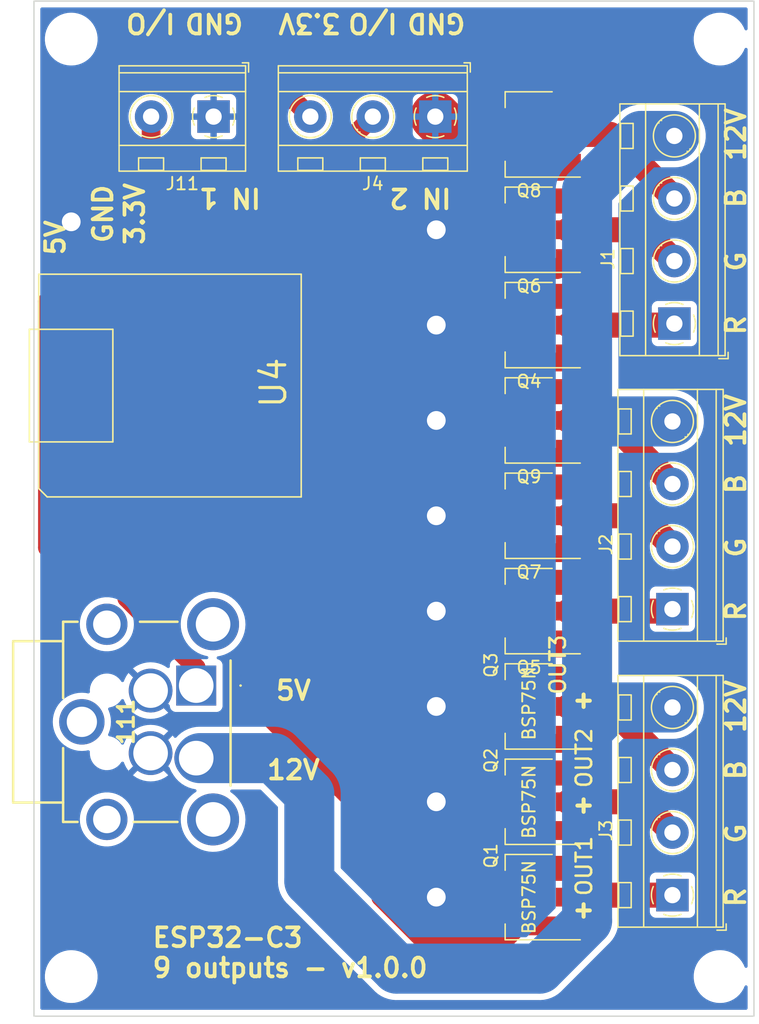
<source format=kicad_pcb>
(kicad_pcb (version 20211014) (generator pcbnew)
  (layers (0 "F.Cu" signal) (31 "B.Cu" signal) (34 "B.Paste" user) (35 "F.Paste" user) (36 "B.SilkS" user "B.Silkscreen") (37 "F.SilkS" user "F.Silkscreen") (38 "B.Mask" user) (39 "F.Mask" user) (44 "Edge.Cuts" user))
  (net 0 "")
  (net 1 "GND")
  (net 2 "+3.3V")
  (net 3 "OUT1")
  (net 4 "OUT3")
  (net 5 "OUT2")
  (net 6 "OUT4")
  (net 7 "GND_OUT1")
  (net 8 "GND_OUT2")
  (net 9 "GND_OUT3")
  (net 10 "OUT5")
  (net 11 "OUT9")
  (net 12 "IN1")
  (net 13 "IN2")
  (net 14 "OUT8")
  (net 15 "OUT7")
  (net 16 "OUT6")
  (net 17 "+5V")
  (net 18 "+12V")
  (net 19 "GND_OUT7")
  (net 20 "GND_OUT8")
  (net 21 "GND_OUT9")
  (net 22 "GND_OUT4")
  (net 23 "GND_OUT5")
  (net 24 "GND_OUT6")
  (footprint "TerminalBlock_MetzConnect:TerminalBlock_MetzConnect_Type094_RT03504HBLU_1x04_P5.00mm_Horizontal" (layer "F.Cu") (at 141.986 58.554 90)
    (fp_text reference "J1" (at 5.165 -5.315 90) (layer "F.SilkS"))
    (fp_text value "Screw_Terminal_01x04")
    (fp_line (start 11.275 -1.069) (end 11.228 -1.023) (layer "F.SilkS") (width 0.12))
    (fp_line (start -2.56 3.5) (end 17.561 3.5) (layer "F.SilkS") (width 0.12))
    (fp_line (start -2.56 -4.36) (end 17.561 -4.36) (layer "F.SilkS") (width 0.12))
    (fp_line (start -2.56 4.06) (end 17.561 4.06) (layer "F.SilkS") (width 0.12))
    (fp_line (start 16.275 -1.069) (end 16.228 -1.023) (layer "F.SilkS") (width 0.12))
    (fp_line (start 9 -4.3) (end 11 -4.3) (layer "F.SilkS") (width 0.12))
    (fp_line (start 11.07 -1.275) (end 11.035 -1.239) (layer "F.SilkS") (width 0.12))
    (fp_line (start 4 -4.3) (end 4 -3.3) (layer "F.SilkS") (width 0.12))
    (fp_line (start 16 -4.3) (end 16 -3.3) (layer "F.SilkS") (width 0.12))
    (fp_line (start 6.07 -1.275) (end 6.035 -1.239) (layer "F.SilkS") (width 0.12))
    (fp_line (start -2.8 4.3) (end -2.3 4.3) (layer "F.SilkS") (width 0.12))
    (fp_line (start -2.56 -4.36) (end -2.56 4.06) (layer "F.SilkS") (width 0.12))
    (fp_line (start 14 -3.3) (end 16 -3.3) (layer "F.SilkS") (width 0.12))
    (fp_line (start 3.773 1.023) (end 3.726 1.069) (layer "F.SilkS") (width 0.12))
    (fp_line (start 8.966 1.239) (end 8.931 1.274) (layer "F.SilkS") (width 0.12))
    (fp_line (start 14 -4.3) (end 16 -4.3) (layer "F.SilkS") (width 0.12))
    (fp_line (start 16.07 -1.275) (end 16.035 -1.239) (layer "F.SilkS") (width 0.12))
    (fp_line (start -2.8 3.56) (end -2.8 4.3) (layer "F.SilkS") (width 0.12))
    (fp_line (start -2.56 2) (end 17.561 2) (layer "F.SilkS") (width 0.12))
    (fp_line (start -2.56 -2.301) (end 17.561 -2.301) (layer "F.SilkS") (width 0.12))
    (fp_line (start 14 -4.3) (end 14 -3.3) (layer "F.SilkS") (width 0.12))
    (fp_line (start 3.966 1.239) (end 3.931 1.274) (layer "F.SilkS") (width 0.12))
    (fp_line (start 13.773 1.023) (end 13.726 1.069) (layer "F.SilkS") (width 0.12))
    (fp_line (start 13.966 1.239) (end 13.931 1.274) (layer "F.SilkS") (width 0.12))
    (fp_line (start 4 -4.3) (end 6 -4.3) (layer "F.SilkS") (width 0.12))
    (fp_line (start 9 -3.3) (end 11 -3.3) (layer "F.SilkS") (width 0.12))
    (fp_line (start -1 -3.3) (end 1 -3.3) (layer "F.SilkS") (width 0.12))
    (fp_line (start 4 -3.3) (end 6 -3.3) (layer "F.SilkS") (width 0.12))
    (fp_line (start 6 -4.3) (end 6 -3.3) (layer "F.SilkS") (width 0.12))
    (fp_line (start 9 -4.3) (end 9 -3.3) (layer "F.SilkS") (width 0.12))
    (fp_line (start 6.275 -1.069) (end 6.228 -1.023) (layer "F.SilkS") (width 0.12))
    (fp_line (start 17.561 -4.36) (end 17.561 4.06) (layer "F.SilkS") (width 0.12))
    (fp_line (start -1 -4.3) (end -1 -3.3) (layer "F.SilkS") (width 0.12))
    (fp_line (start -1 -4.3) (end 1 -4.3) (layer "F.SilkS") (width 0.12))
    (fp_line (start 8.773 1.023) (end 8.726 1.069) (layer "F.SilkS") (width 0.12))
    (fp_line (start 1 -4.3) (end 1 -3.3) (layer "F.SilkS") (width 0.12))
    (fp_line (start 11 -4.3) (end 11 -3.3) (layer "F.SilkS") (width 0.12))
    (fp_arc (start 1.535427 -0.683042) (mid 1.680501 0.000524) (end 1.535 0.684) (layer "F.SilkS") (width 0.12))
    (fp_arc (start -0.683042 -1.535427) (mid 0.000524 -1.680501) (end 0.684 -1.535) (layer "F.SilkS") (width 0.12))
    (fp_arc (start 0.028805 1.680253) (mid -0.335551 1.646659) (end -0.684 1.535) (layer "F.SilkS") (width 0.12))
    (fp_arc (start -1.535427 0.683042) (mid -1.680501 -0.000524) (end -1.535 -0.684) (layer "F.SilkS") (width 0.12))
    (fp_arc (start 0.683318 1.534756) (mid 0.349292 1.643288) (end 0 1.68) (layer "F.SilkS") (width 0.12))
    (fp_circle (center 10 0) (end 11.68 0) (layer "F.SilkS") (width 0.12) (fill none))
    (fp_circle (center 5 0) (end 6.68 0) (layer "F.SilkS") (width 0.12) (fill none))
    (fp_circle (center 15 0) (end 16.68 0) (layer "F.SilkS") (width 0.12) (fill none))
    (pad "1" thru_hole rect (at 0 0 90) (size 2.6 2.6) (drill 1.3) (layers *.Cu *.Mask) (net 19 "GND_OUT7"))
    (pad "2" thru_hole circle (at 5 0 90) (size 2.6 2.6) (drill 1.3) (layers *.Cu *.Mask) (net 20 "GND_OUT8"))
    (pad "3" thru_hole circle (at 10 0 90) (size 2.6 2.6) (drill 1.3) (layers *.Cu *.Mask) (net 21 "GND_OUT9"))
    (pad "4" thru_hole circle (at 15 0 90) (size 2.6 2.6) (drill 1.3) (layers *.Cu *.Mask) (net 18 "+12V"))
  )
  (footprint "Package_TO_SOT_SMD:SOT-223" (layer "F.Cu") (at 130.356007 73.913999 180)
    (fp_text reference "Q7" (at 0 -4.5) (layer "F.SilkS"))
    (fp_text value "BSP75N")
    (fp_line (start 1.91 -3.41) (end 1.91 -2.15) (layer "F.SilkS") (width 0.12))
    (fp_line (start -4.1 -3.41) (end 1.91 -3.41) (layer "F.SilkS") (width 0.12))
    (fp_line (start 1.91 3.41) (end 1.91 2.15) (layer "F.SilkS") (width 0.12))
    (fp_line (start -1.85 3.41) (end 1.91 3.41) (layer "F.SilkS") (width 0.12))
    (pad "1" smd rect (at -3.15 -2.3 180) (size 2 1.5) (layers "F.Cu" "F.Paste" "F.Mask") (net 10 "OUT5"))
    (pad "2" smd rect (at -3.15 0 180) (size 2 1.5) (layers "F.Cu" "F.Paste" "F.Mask") (net 23 "GND_OUT5"))
    (pad "3" smd rect (at -3.15 2.3 180) (size 2 1.5) (layers "F.Cu" "F.Paste" "F.Mask") (net 1 "GND"))
    (pad "4" smd rect (at 3.15 0 180) (size 2 3.8) (layers "F.Cu" "F.Paste" "F.Mask") (net 1 "GND"))
  )
  (footprint "MountingHole:MountingHole_3.2mm_M3_ISO7380" (layer "F.Cu") (at 145.641 110.744)
    (fp_text reference "H4" hide)
    (fp_text value "MountingHole" hide)
    (pad "" np_thru_hole circle (at 0 0) (size 3.2 3.2) (drill 3.2) (layers *.Cu *.Mask))
  )
  (footprint "MountingHole:MountingHole_3.2mm_M3_ISO7380" (layer "F.Cu") (at 93.726 110.744)
    (fp_text reference "H2" hide)
    (fp_text value "MountingHole" hide)
    (pad "" np_thru_hole circle (at 0 0) (size 3.2 3.2) (drill 3.2) (layers *.Cu *.Mask))
  )
  (footprint "Package_TO_SOT_SMD:SOT-223" (layer "F.Cu") (at 130.356007 66.293999 180)
    (fp_text reference "Q9" (at 0 -4.5) (layer "F.SilkS"))
    (fp_text value "BSP75N")
    (fp_line (start 1.91 -3.41) (end 1.91 -2.15) (layer "F.SilkS") (width 0.12))
    (fp_line (start 1.91 3.41) (end 1.91 2.15) (layer "F.SilkS") (width 0.12))
    (fp_line (start -1.85 3.41) (end 1.91 3.41) (layer "F.SilkS") (width 0.12))
    (fp_line (start -4.1 -3.41) (end 1.91 -3.41) (layer "F.SilkS") (width 0.12))
    (pad "1" smd rect (at -3.15 -2.3 180) (size 2 1.5) (layers "F.Cu" "F.Paste" "F.Mask") (net 16 "OUT6"))
    (pad "2" smd rect (at -3.15 0 180) (size 2 1.5) (layers "F.Cu" "F.Paste" "F.Mask") (net 24 "GND_OUT6"))
    (pad "3" smd rect (at -3.15 2.3 180) (size 2 1.5) (layers "F.Cu" "F.Paste" "F.Mask") (net 1 "GND"))
    (pad "4" smd rect (at 3.15 0 180) (size 2 3.8) (layers "F.Cu" "F.Paste" "F.Mask") (net 1 "GND"))
  )
  (footprint "Project_custom:MOUDLE14P-SMD-2.54-21X17.8MM" (layer "F.Cu") (at 112.128076 72.405 90)
    (fp_text reference "U4" (at 9.124 -2.22925 90) (layer "F.SilkS") (effects (font (size 2 2) (thickness 0.25))))
    (fp_text value "MOUDLE-SEEEDUINO-XIAO-ESP32C3")
    (fp_line (start 0 -20.3285) (end 0 0) (layer "F.SilkS") (width 0.127))
    (fp_line (start 13.395 -15.072) (end 4.396 -15.072) (layer "F.SilkS") (width 0.127))
    (fp_line (start 0 0) (end 17.8 0) (layer "F.SilkS") (width 0.127))
    (fp_line (start 0.671541 -21) (end 0 -20.3285) (layer "F.SilkS") (width 0.127))
    (fp_line (start 17.8 -21) (end 0.671541 -21) (layer "F.SilkS") (width 0.127))
    (fp_line (start 13.395 -21.750651) (end 13.395 -15.072) (layer "F.SilkS") (width 0.127))
    (fp_line (start 4.396 -15.072) (end 4.396 -21.750651) (layer "F.SilkS") (width 0.127))
    (fp_line (start 17.8 0) (end 17.8 -21) (layer "F.SilkS") (width 0.127))
    (fp_line (start 4.396 -21.750651) (end 13.395 -21.750651) (layer "F.SilkS") (width 0.127))
    (pad "1" smd roundrect (at 0 -18.12 90) (size 3 1.6) (layers "F.Cu" "F.Paste" "F.Mask") (roundrect_rratio 0.5) (net 15 "OUT7"))
    (pad "2" smd roundrect (at 0 -15.58 90) (size 3 1.6) (layers "F.Cu" "F.Paste" "F.Mask") (roundrect_rratio 0.5) (net 16 "OUT6"))
    (pad "3" smd roundrect (at 0 -13.04 90) (size 3 1.6) (layers "F.Cu" "F.Paste" "F.Mask") (roundrect_rratio 0.5) (net 10 "OUT5"))
    (pad "4" smd roundrect (at 0 -10.5 90) (size 3 1.6) (layers "F.Cu" "F.Paste" "F.Mask") (roundrect_rratio 0.5) (net 6 "OUT4"))
    (pad "5" smd roundrect (at 0 -7.96 90) (size 3 1.6) (layers "F.Cu" "F.Paste" "F.Mask") (roundrect_rratio 0.5) (net 4 "OUT3"))
    (pad "6" smd roundrect (at 0 -5.42 90) (size 3 1.6) (layers "F.Cu" "F.Paste" "F.Mask") (roundrect_rratio 0.5) (net 5 "OUT2"))
    (pad "7" smd roundrect (at 0 -2.88 90) (size 3 1.6) (layers "F.Cu" "F.Paste" "F.Mask") (roundrect_rratio 0.5) (net 3 "OUT1"))
    (pad "8" smd roundrect (at 17.78 -2.88 90) (size 3 1.6) (layers "F.Cu" "F.Paste" "F.Mask") (roundrect_rratio 0.5) (net 14 "OUT8"))
    (pad "9" smd roundrect (at 17.78 -5.42 90) (size 3 1.6) (layers "F.Cu" "F.Paste" "F.Mask") (roundrect_rratio 0.5) (net 11 "OUT9"))
    (pad "10" smd roundrect (at 17.78 -7.96 90) (size 3 1.6) (layers "F.Cu" "F.Paste" "F.Mask") (roundrect_rratio 0.5) (net 13 "IN2"))
    (pad "11" smd roundrect (at 17.78 -10.5 90) (size 3 1.6) (layers "F.Cu" "F.Paste" "F.Mask") (roundrect_rratio 0.5) (net 12 "IN1"))
    (pad "12" smd roundrect (at 17.78 -13.04 90) (size 3 1.6) (layers "F.Cu" "F.Paste" "F.Mask") (roundrect_rratio 0.5) (net 2 "+3.3V"))
    (pad "13" smd roundrect (at 17.78 -15.58 90) (size 3 1.6) (layers "F.Cu" "F.Paste" "F.Mask") (roundrect_rratio 0.5) (net 1 "GND"))
    (pad "14" smd roundrect (at 17.78 -18.12 90) (size 3 1.6) (layers "F.Cu" "F.Paste" "F.Mask") (roundrect_rratio 0.5) (net 17 "+5V"))
  )
  (footprint "MountingHole:MountingHole_3.2mm_M3_ISO7380" (layer "F.Cu") (at 93.726 35.814)
    (fp_text reference "H1" hide)
    (fp_text value "MountingHole" hide)
    (pad "" np_thru_hole circle (at 0 0) (size 3.2 3.2) (drill 3.2) (layers *.Cu *.Mask))
  )
  (footprint "Package_TO_SOT_SMD:SOT-223" (layer "F.Cu") (at 130.356007 81.533999 180)
    (fp_text reference "Q5" (at 0 -4.5) (layer "F.SilkS"))
    (fp_text value "BSP75N")
    (fp_line (start 1.91 -3.41) (end 1.91 -2.15) (layer "F.SilkS") (width 0.12))
    (fp_line (start 1.91 3.41) (end 1.91 2.15) (layer "F.SilkS") (width 0.12))
    (fp_line (start -4.1 -3.41) (end 1.91 -3.41) (layer "F.SilkS") (width 0.12))
    (fp_line (start -1.85 3.41) (end 1.91 3.41) (layer "F.SilkS") (width 0.12))
    (pad "1" smd rect (at -3.15 -2.3 180) (size 2 1.5) (layers "F.Cu" "F.Paste" "F.Mask") (net 6 "OUT4"))
    (pad "2" smd rect (at -3.15 0 180) (size 2 1.5) (layers "F.Cu" "F.Paste" "F.Mask") (net 22 "GND_OUT4"))
    (pad "3" smd rect (at -3.15 2.3 180) (size 2 1.5) (layers "F.Cu" "F.Paste" "F.Mask") (net 1 "GND"))
    (pad "4" smd rect (at 3.15 0 180) (size 2 3.8) (layers "F.Cu" "F.Paste" "F.Mask") (net 1 "GND"))
  )
  (footprint "TerminalBlock_MetzConnect:TerminalBlock_MetzConnect_Type094_RT03502HBLU_1x02_P5.00mm_Horizontal" (layer "F.Cu") (at 105.116 42.009 180)
    (fp_text reference "J11" (at 2.5 -5.36) (layer "F.SilkS"))
    (fp_text value "Screw_Terminal_01x02")
    (fp_line (start -2.56 2) (end 7.56 2) (layer "F.SilkS") (width 0.12))
    (fp_line (start -2.56 -4.36) (end 7.56 -4.36) (layer "F.SilkS") (width 0.12))
    (fp_line (start 6.07 -1.275) (end 6.035 -1.239) (layer "F.SilkS") (width 0.12))
    (fp_line (start 4 -3.3) (end 6 -3.3) (layer "F.SilkS") (width 0.12))
    (fp_line (start 4 -4.3) (end 6 -4.3) (layer "F.SilkS") (width 0.12))
    (fp_line (start -2.8 4.3) (end -2.3 4.3) (layer "F.SilkS") (width 0.12))
    (fp_line (start 4 -4.3) (end 4 -3.3) (layer "F.SilkS") (width 0.12))
    (fp_line (start -1 -4.3) (end 1 -4.3) (layer "F.SilkS") (width 0.12))
    (fp_line (start -2.8 3.56) (end -2.8 4.3) (layer "F.SilkS") (width 0.12))
    (fp_line (start -2.56 -4.36) (end -2.56 4.06) (layer "F.SilkS") (width 0.12))
    (fp_line (start 3.966 1.239) (end 3.931 1.274) (layer "F.SilkS") (width 0.12))
    (fp_line (start 1 -4.3) (end 1 -3.3) (layer "F.SilkS") (width 0.12))
    (fp_line (start -2.56 3.5) (end 7.56 3.5) (layer "F.SilkS") (width 0.12))
    (fp_line (start -2.56 -2.301) (end 7.56 -2.301) (layer "F.SilkS") (width 0.12))
    (fp_line (start 6 -4.3) (end 6 -3.3) (layer "F.SilkS") (width 0.12))
    (fp_line (start 3.773 1.023) (end 3.726 1.069) (layer "F.SilkS") (width 0.12))
    (fp_line (start -1 -3.3) (end 1 -3.3) (layer "F.SilkS") (width 0.12))
    (fp_line (start 7.56 -4.36) (end 7.56 4.06) (layer "F.SilkS") (width 0.12))
    (fp_line (start 6.275 -1.069) (end 6.228 -1.023) (layer "F.SilkS") (width 0.12))
    (fp_line (start -2.56 4.06) (end 7.56 4.06) (layer "F.SilkS") (width 0.12))
    (fp_line (start -1 -4.3) (end -1 -3.3) (layer "F.SilkS") (width 0.12))
    (fp_arc (start -1.535427 0.683042) (mid -1.680501 -0.000524) (end -1.535 -0.684) (layer "F.SilkS") (width 0.12))
    (fp_arc (start 0.028805 1.680253) (mid -0.335551 1.646659) (end -0.684 1.535) (layer "F.SilkS") (width 0.12))
    (fp_arc (start 1.535427 -0.683042) (mid 1.680501 0.000524) (end 1.535 0.684) (layer "F.SilkS") (width 0.12))
    (fp_arc (start 0.683318 1.534756) (mid 0.349292 1.643288) (end 0 1.68) (layer "F.SilkS") (width 0.12))
    (fp_arc (start -0.683042 -1.535427) (mid 0.000524 -1.680501) (end 0.684 -1.535) (layer "F.SilkS") (width 0.12))
    (fp_circle (center 5 0) (end 6.68 0) (layer "F.SilkS") (width 0.12) (fill none))
    (pad "1" thru_hole rect (at 0 0 180) (size 2.6 2.6) (drill 1.3) (layers *.Cu *.Mask) (net 1 "GND"))
    (pad "2" thru_hole circle (at 5 0 180) (size 2.6 2.6) (drill 1.3) (layers *.Cu *.Mask) (net 12 "IN1"))
  )
  (footprint "Package_TO_SOT_SMD:SOT-223" (layer "F.Cu") (at 130.356007 89.153999 180)
    (fp_text reference "Q3" (at 3.048 3.302 90) (layer "F.SilkS"))
    (fp_text value "BSP75N" (at 0 0.254 90) (layer "F.SilkS"))
    (fp_line (start 1.91 -3.41) (end 1.91 -2.15) (layer "F.SilkS") (width 0.12))
    (fp_line (start -1.85 3.41) (end 1.91 3.41) (layer "F.SilkS") (width 0.12))
    (fp_line (start -4.1 -3.41) (end 1.91 -3.41) (layer "F.SilkS") (width 0.12))
    (fp_line (start 1.91 3.41) (end 1.91 2.15) (layer "F.SilkS") (width 0.12))
    (pad "1" smd rect (at -3.15 -2.3 180) (size 2 1.5) (layers "F.Cu" "F.Paste" "F.Mask") (net 4 "OUT3"))
    (pad "2" smd rect (at -3.15 0 180) (size 2 1.5) (layers "F.Cu" "F.Paste" "F.Mask") (net 9 "GND_OUT3"))
    (pad "3" smd rect (at -3.15 2.3 180) (size 2 1.5) (layers "F.Cu" "F.Paste" "F.Mask") (net 1 "GND"))
    (pad "4" smd rect (at 3.15 0 180) (size 2 3.8) (layers "F.Cu" "F.Paste" "F.Mask") (net 1 "GND"))
  )
  (footprint "kpjx:KPJX4SS" (layer "F.Cu") (at 103.726 87.484 -90)
    (fp_text reference "111" (at 2.9 5.611 90) (layer "F.SilkS") (effects (font (size 1.27 1.27) (thickness 0.254))))
    (fp_text value "KPJX-4S-S" hide)
    (fp_line (start 5 10.65) (end 10.9 10.65) (layer "F.SilkS") (width 0.2))
    (fp_line (start -3.55 14.65) (end 9.35 14.65) (layer "F.SilkS") (width 0.2))
    (fp_line (start -2 -2.75) (end 8 -2.75) (layer "F.SilkS") (width 0.2))
    (fp_line (start 0 -3.5) (end 0 -3.5) (layer "F.SilkS") (width 0.1))
    (fp_line (start -3.55 10.65) (end -3.55 14.65) (layer "F.SilkS") (width 0.2))
    (fp_line (start -5.1 1.5) (end -5.1 4.5) (layer "F.SilkS") (width 0.2))
    (fp_line (start 10.9 10.65) (end 10.9 9.5) (layer "F.SilkS") (width 0.2))
    (fp_line (start 0 -3.6) (end 0 -3.6) (layer "F.SilkS") (width 0.1))
    (fp_line (start -5.1 9.5) (end -5.1 10.65) (layer "F.SilkS") (width 0.2))
    (fp_line (start -5.1 10.65) (end 1 10.65) (layer "F.SilkS") (width 0.2))
    (fp_line (start 9.35 14.65) (end 9.35 10.65) (layer "F.SilkS") (width 0.2))
    (fp_line (start 10.9 1.5) (end 10.9 5) (layer "F.SilkS") (width 0.2))
    (fp_arc (start 0 -3.6) (mid 0.05 -3.55) (end 0 -3.5) (layer "F.SilkS") (width 0.1))
    (fp_arc (start 0 -3.5) (mid -0.05 -3.55) (end 0 -3.6) (layer "F.SilkS") (width 0.1))
    (pad "" np_thru_hole circle locked (at 0.4 7.15 270) (size 1.7 1.7) (drill 1.7) (layers *.Cu *.Mask))
    (pad "" np_thru_hole circle locked (at 5.4 7.15 270) (size 1.7 1.7) (drill 1.7) (layers *.Cu *.Mask))
    (pad "1" thru_hole rect locked (at 0 0 270) (size 3.2 3.2) (drill 2.77) (layers *.Cu *.Mask) (net 17 "+5V"))
    (pad "2" thru_hole circle locked (at 5.8 0 270) (size 3.5 3.5) (drill 2.77) (layers *.Cu *.Mask) (net 18 "+12V"))
    (pad "3" thru_hole circle locked (at 0.4 3.65 270) (size 3.5 3.5) (drill 2.77) (layers *.Cu *.Mask) (net 1 "GND"))
    (pad "4" thru_hole circle locked (at 5.4 3.65 270) (size 3.5 3.5) (drill 2.77) (layers *.Cu *.Mask) (net 1 "GND"))
    (pad "MH1" thru_hole circle locked (at -4.9 -1.35 270) (size 4.155 4.155) (drill 2.77) (layers *.Cu *.Mask))
    (pad "MH2" thru_hole circle locked (at 10.7 -1.35 270) (size 4.155 4.155) (drill 2.77) (layers *.Cu *.Mask))
    (pad "MH3" thru_hole circle locked (at -4.9 7.15 270) (size 3.3 3.3) (drill 2.2) (layers *.Cu *.Mask))
    (pad "MH4" thru_hole circle locked (at 10.7 7.15 270) (size 3.3 3.3) (drill 2.2) (layers *.Cu *.Mask))
    (pad "MH5" thru_hole circle locked (at 2.9 9.15 270) (size 3.63 3.63) (drill 2.42) (layers *.Cu *.Mask))
  )
  (footprint "TerminalBlock_MetzConnect:TerminalBlock_MetzConnect_Type094_RT03503HBLU_1x03_P5.00mm_Horizontal" (layer "F.Cu") (at 122.856 42.009 180)
    (fp_text reference "J4" (at 5 -5.36) (layer "F.SilkS"))
    (fp_text value "Screw_Terminal_01x03")
    (fp_line (start -1 -4.3) (end 1 -4.3) (layer "F.SilkS") (width 0.12))
    (fp_line (start 11.275 -1.069) (end 11.228 -1.023) (layer "F.SilkS") (width 0.12))
    (fp_line (start -2.56 -4.36) (end -2.56 4.06) (layer "F.SilkS") (width 0.12))
    (fp_line (start -2.8 3.56) (end -2.8 4.3) (layer "F.SilkS") (width 0.12))
    (fp_line (start 4 -3.3) (end 6 -3.3) (layer "F.SilkS") (width 0.12))
    (fp_line (start 8.773 1.023) (end 8.726 1.069) (layer "F.SilkS") (width 0.12))
    (fp_line (start -2.56 2) (end 12.56 2) (layer "F.SilkS") (width 0.12))
    (fp_line (start 6 -4.3) (end 6 -3.3) (layer "F.SilkS") (width 0.12))
    (fp_line (start 6.275 -1.069) (end 6.228 -1.023) (layer "F.SilkS") (width 0.12))
    (fp_line (start -2.56 -4.36) (end 12.56 -4.36) (layer "F.SilkS") (width 0.12))
    (fp_line (start 4 -4.3) (end 4 -3.3) (layer "F.SilkS") (width 0.12))
    (fp_line (start 6.07 -1.275) (end 6.035 -1.239) (layer "F.SilkS") (width 0.12))
    (fp_line (start 11.07 -1.275) (end 11.035 -1.239) (layer "F.SilkS") (width 0.12))
    (fp_line (start 4 -4.3) (end 6 -4.3) (layer "F.SilkS") (width 0.12))
    (fp_line (start 3.773 1.023) (end 3.726 1.069) (layer "F.SilkS") (width 0.12))
    (fp_line (start 9 -4.3) (end 9 -3.3) (layer "F.SilkS") (width 0.12))
    (fp_line (start 9 -3.3) (end 11 -3.3) (layer "F.SilkS") (width 0.12))
    (fp_line (start -2.56 -2.301) (end 12.56 -2.301) (layer "F.SilkS") (width 0.12))
    (fp_line (start -2.56 4.06) (end 12.56 4.06) (layer "F.SilkS") (width 0.12))
    (fp_line (start 8.966 1.239) (end 8.931 1.274) (layer "F.SilkS") (width 0.12))
    (fp_line (start 9 -4.3) (end 11 -4.3) (layer "F.SilkS") (width 0.12))
    (fp_line (start -1 -3.3) (end 1 -3.3) (layer "F.SilkS") (width 0.12))
    (fp_line (start -1 -4.3) (end -1 -3.3) (layer "F.SilkS") (width 0.12))
    (fp_line (start -2.56 3.5) (end 12.56 3.5) (layer "F.SilkS") (width 0.12))
    (fp_line (start 1 -4.3) (end 1 -3.3) (layer "F.SilkS") (width 0.12))
    (fp_line (start 12.56 -4.36) (end 12.56 4.06) (layer "F.SilkS") (width 0.12))
    (fp_line (start -2.8 4.3) (end -2.3 4.3) (layer "F.SilkS") (width 0.12))
    (fp_line (start 11 -4.3) (end 11 -3.3) (layer "F.SilkS") (width 0.12))
    (fp_line (start 3.966 1.239) (end 3.931 1.274) (layer "F.SilkS") (width 0.12))
    (fp_arc (start 0.683318 1.534756) (mid 0.349292 1.643288) (end 0 1.68) (layer "F.SilkS") (width 0.12))
    (fp_arc (start 0.028805 1.680253) (mid -0.335551 1.646659) (end -0.684 1.535) (layer "F.SilkS") (width 0.12))
    (fp_arc (start 1.535427 -0.683042) (mid 1.680501 0.000524) (end 1.535 0.684) (layer "F.SilkS") (width 0.12))
    (fp_arc (start -1.535427 0.683042) (mid -1.680501 -0.000524) (end -1.535 -0.684) (layer "F.SilkS") (width 0.12))
    (fp_arc (start -0.683042 -1.535427) (mid 0.000524 -1.680501) (end 0.684 -1.535) (layer "F.SilkS") (width 0.12))
    (fp_circle (center 10 0) (end 11.68 0) (layer "F.SilkS") (width 0.12) (fill none))
    (fp_circle (center 5 0) (end 6.68 0) (layer "F.SilkS") (width 0.12) (fill none))
    (pad "1" thru_hole rect (at 0 0 180) (size 2.6 2.6) (drill 1.3) (layers *.Cu *.Mask) (net 1 "GND"))
    (pad "2" thru_hole circle (at 5 0 180) (size 2.6 2.6) (drill 1.3) (layers *.Cu *.Mask) (net 13 "IN2"))
    (pad "3" thru_hole circle (at 10 0 180) (size 2.6 2.6) (drill 1.3) (layers *.Cu *.Mask) (net 2 "+3.3V"))
  )
  (footprint "TerminalBlock_MetzConnect:TerminalBlock_MetzConnect_Type094_RT03504HBLU_1x04_P5.00mm_Horizontal" (layer "F.Cu") (at 141.831 104.234 90)
    (fp_text reference "J3" (at 5.165 -5.315 90) (layer "F.SilkS"))
    (fp_text value "Screw_Terminal_01x04")
    (fp_line (start -2.8 3.56) (end -2.8 4.3) (layer "F.SilkS") (width 0.12))
    (fp_line (start 8.773 1.023) (end 8.726 1.069) (layer "F.SilkS") (width 0.12))
    (fp_line (start 13.966 1.239) (end 13.931 1.274) (layer "F.SilkS") (width 0.12))
    (fp_line (start 9 -3.3) (end 11 -3.3) (layer "F.SilkS") (width 0.12))
    (fp_line (start 6 -4.3) (end 6 -3.3) (layer "F.SilkS") (width 0.12))
    (fp_line (start 16.07 -1.275) (end 16.035 -1.239) (layer "F.SilkS") (width 0.12))
    (fp_line (start 6.07 -1.275) (end 6.035 -1.239) (layer "F.SilkS") (width 0.12))
    (fp_line (start 4 -3.3) (end 6 -3.3) (layer "F.SilkS") (width 0.12))
    (fp_line (start 11.07 -1.275) (end 11.035 -1.239) (layer "F.SilkS") (width 0.12))
    (fp_line (start -2.56 2) (end 17.561 2) (layer "F.SilkS") (width 0.12))
    (fp_line (start 4 -4.3) (end 6 -4.3) (layer "F.SilkS") (width 0.12))
    (fp_line (start 17.561 -4.36) (end 17.561 4.06) (layer "F.SilkS") (width 0.12))
    (fp_line (start 3.773 1.023) (end 3.726 1.069) (layer "F.SilkS") (width 0.12))
    (fp_line (start 13.773 1.023) (end 13.726 1.069) (layer "F.SilkS") (width 0.12))
    (fp_line (start -1 -4.3) (end 1 -4.3) (layer "F.SilkS") (width 0.12))
    (fp_line (start 4 -4.3) (end 4 -3.3) (layer "F.SilkS") (width 0.12))
    (fp_line (start 1 -4.3) (end 1 -3.3) (layer "F.SilkS") (width 0.12))
    (fp_line (start 16 -4.3) (end 16 -3.3) (layer "F.SilkS") (width 0.12))
    (fp_line (start 3.966 1.239) (end 3.931 1.274) (layer "F.SilkS") (width 0.12))
    (fp_line (start 14 -3.3) (end 16 -3.3) (layer "F.SilkS") (width 0.12))
    (fp_line (start 11.275 -1.069) (end 11.228 -1.023) (layer "F.SilkS") (width 0.12))
    (fp_line (start -2.56 4.06) (end 17.561 4.06) (layer "F.SilkS") (width 0.12))
    (fp_line (start 9 -4.3) (end 11 -4.3) (layer "F.SilkS") (width 0.12))
    (fp_line (start -1 -3.3) (end 1 -3.3) (layer "F.SilkS") (width 0.12))
    (fp_line (start -1 -4.3) (end -1 -3.3) (layer "F.SilkS") (width 0.12))
    (fp_line (start 8.966 1.239) (end 8.931 1.274) (layer "F.SilkS") (width 0.12))
    (fp_line (start -2.56 -4.36) (end -2.56 4.06) (layer "F.SilkS") (width 0.12))
    (fp_line (start -2.8 4.3) (end -2.3 4.3) (layer "F.SilkS") (width 0.12))
    (fp_line (start 14 -4.3) (end 16 -4.3) (layer "F.SilkS") (width 0.12))
    (fp_line (start 14 -4.3) (end 14 -3.3) (layer "F.SilkS") (width 0.12))
    (fp_line (start 6.275 -1.069) (end 6.228 -1.023) (layer "F.SilkS") (width 0.12))
    (fp_line (start 16.275 -1.069) (end 16.228 -1.023) (layer "F.SilkS") (width 0.12))
    (fp_line (start -2.56 3.5) (end 17.561 3.5) (layer "F.SilkS") (width 0.12))
    (fp_line (start 11 -4.3) (end 11 -3.3) (layer "F.SilkS") (width 0.12))
    (fp_line (start 9 -4.3) (end 9 -3.3) (layer "F.SilkS") (width 0.12))
    (fp_line (start -2.56 -2.301) (end 17.561 -2.301) (layer "F.SilkS") (width 0.12))
    (fp_line (start -2.56 -4.36) (end 17.561 -4.36) (layer "F.SilkS") (width 0.12))
    (fp_arc (start 0.683318 1.534756) (mid 0.349292 1.643288) (end 0 1.68) (layer "F.SilkS") (width 0.12))
    (fp_arc (start 0.028805 1.680253) (mid -0.335551 1.646659) (end -0.684 1.535) (layer "F.SilkS") (width 0.12))
    (fp_arc (start -1.535427 0.683042) (mid -1.680501 -0.000524) (end -1.535 -0.684) (layer "F.SilkS") (width 0.12))
    (fp_arc (start 1.535427 -0.683042) (mid 1.680501 0.000524) (end 1.535 0.684) (layer "F.SilkS") (width 0.12))
    (fp_arc (start -0.683042 -1.535427) (mid 0.000524 -1.680501) (end 0.684 -1.535) (layer "F.SilkS") (width 0.12))
    (fp_circle (center 5 0) (end 6.68 0) (layer "F.SilkS") (width 0.12) (fill none))
    (fp_circle (center 10 0) (end 11.68 0) (layer "F.SilkS") (width 0.12) (fill none))
    (fp_circle (center 15 0) (end 16.68 0) (layer "F.SilkS") (width 0.12) (fill none))
    (pad "1" thru_hole rect (at 0 0 90) (size 2.6 2.6) (drill 1.3) (layers *.Cu *.Mask) (net 7 "GND_OUT1"))
    (pad "2" thru_hole circle (at 5 0 90) (size 2.6 2.6) (drill 1.3) (layers *.Cu *.Mask) (net 8 "GND_OUT2"))
    (pad "3" thru_hole circle (at 10 0 90) (size 2.6 2.6) (drill 1.3) (layers *.Cu *.Mask) (net 9 "GND_OUT3"))
    (pad "4" thru_hole circle (at 15 0 90) (size 2.6 2.6) (drill 1.3) (layers *.Cu *.Mask) (net 18 "+12V"))
  )
  (footprint "Package_TO_SOT_SMD:SOT-223" (layer "F.Cu") (at 130.356007 96.773999 180)
    (fp_text reference "Q2" (at 3.048 3.302 90) (layer "F.SilkS"))
    (fp_text value "BSP75N" (at 0 0 90) (layer "F.SilkS"))
    (fp_line (start 1.91 -3.41) (end 1.91 -2.15) (layer "F.SilkS") (width 0.12))
    (fp_line (start 1.91 3.41) (end 1.91 2.15) (layer "F.SilkS") (width 0.12))
    (fp_line (start -4.1 -3.41) (end 1.91 -3.41) (layer "F.SilkS") (width 0.12))
    (fp_line (start -1.85 3.41) (end 1.91 3.41) (layer "F.SilkS") (width 0.12))
    (pad "1" smd rect (at -3.15 -2.3 180) (size 2 1.5) (layers "F.Cu" "F.Paste" "F.Mask") (net 5 "OUT2"))
    (pad "2" smd rect (at -3.15 0 180) (size 2 1.5) (layers "F.Cu" "F.Paste" "F.Mask") (net 8 "GND_OUT2"))
    (pad "3" smd rect (at -3.15 2.3 180) (size 2 1.5) (layers "F.Cu" "F.Paste" "F.Mask") (net 1 "GND"))
    (pad "4" smd rect (at 3.15 0 180) (size 2 3.8) (layers "F.Cu" "F.Paste" "F.Mask") (net 1 "GND"))
  )
  (footprint "MountingHole:MountingHole_3.2mm_M3_ISO7380" (layer "F.Cu") (at 145.641 35.814)
    (fp_text reference "H3" hide)
    (fp_text value "MountingHole" hide)
    (pad "" np_thru_hole circle (at 0 0) (size 3.2 3.2) (drill 3.2) (layers *.Cu *.Mask))
  )
  (footprint "Package_TO_SOT_SMD:SOT-223" (layer "F.Cu") (at 130.356007 104.393999 180)
    (fp_text reference "Q1" (at 3.048 3.302 90) (layer "F.SilkS"))
    (fp_text value "BSP75N" (at 0 0 90) (layer "F.SilkS"))
    (fp_line (start 1.91 3.41) (end 1.91 2.15) (layer "F.SilkS") (width 0.12))
    (fp_line (start -4.1 -3.41) (end 1.91 -3.41) (layer "F.SilkS") (width 0.12))
    (fp_line (start 1.91 -3.41) (end 1.91 -2.15) (layer "F.SilkS") (width 0.12))
    (fp_line (start -1.85 3.41) (end 1.91 3.41) (layer "F.SilkS") (width 0.12))
    (pad "1" smd rect (at -3.15 -2.3 180) (size 2 1.5) (layers "F.Cu" "F.Paste" "F.Mask") (net 3 "OUT1"))
    (pad "2" smd rect (at -3.15 0 180) (size 2 1.5) (layers "F.Cu" "F.Paste" "F.Mask") (net 7 "GND_OUT1"))
    (pad "3" smd rect (at -3.15 2.3 180) (size 2 1.5) (layers "F.Cu" "F.Paste" "F.Mask") (net 1 "GND"))
    (pad "4" smd rect (at 3.15 0 180) (size 2 3.8) (layers "F.Cu" "F.Paste" "F.Mask") (net 1 "GND"))
  )
  (footprint "Package_TO_SOT_SMD:SOT-223" (layer "F.Cu") (at 130.356007 58.673999 180)
    (fp_text reference "Q4" (at 0 -4.5) (layer "F.SilkS"))
    (fp_text value "BSP75N")
    (fp_line (start -4.1 -3.41) (end 1.91 -3.41) (layer "F.SilkS") (width 0.12))
    (fp_line (start 1.91 -3.41) (end 1.91 -2.15) (layer "F.SilkS") (width 0.12))
    (fp_line (start 1.91 3.41) (end 1.91 2.15) (layer "F.SilkS") (width 0.12))
    (fp_line (start -1.85 3.41) (end 1.91 3.41) (layer "F.SilkS") (width 0.12))
    (pad "1" smd rect (at -3.15 -2.3 180) (size 2 1.5) (layers "F.Cu" "F.Paste" "F.Mask") (net 15 "OUT7"))
    (pad "2" smd rect (at -3.15 0 180) (size 2 1.5) (layers "F.Cu" "F.Paste" "F.Mask") (net 19 "GND_OUT7"))
    (pad "3" smd rect (at -3.15 2.3 180) (size 2 1.5) (layers "F.Cu" "F.Paste" "F.Mask") (net 1 "GND"))
    (pad "4" smd rect (at 3.15 0 180) (size 2 3.8) (layers "F.Cu" "F.Paste" "F.Mask") (net 1 "GND"))
  )
  (footprint "Package_TO_SOT_SMD:SOT-223" (layer "F.Cu") (at 130.356007 51.053999 180)
    (fp_text reference "Q6" (at 0 -4.5) (layer "F.SilkS"))
    (fp_text value "BSP75N")
    (fp_line (start 1.91 3.41) (end 1.91 2.15) (layer "F.SilkS") (width 0.12))
    (fp_line (start -1.85 3.41) (end 1.91 3.41) (layer "F.SilkS") (width 0.12))
    (fp_line (start -4.1 -3.41) (end 1.91 -3.41) (layer "F.SilkS") (width 0.12))
    (fp_line (start 1.91 -3.41) (end 1.91 -2.15) (layer "F.SilkS") (width 0.12))
    (pad "1" smd rect (at -3.15 -2.3 180) (size 2 1.5) (layers "F.Cu" "F.Paste" "F.Mask") (net 14 "OUT8"))
    (pad "2" smd rect (at -3.15 0 180) (size 2 1.5) (layers "F.Cu" "F.Paste" "F.Mask") (net 20 "GND_OUT8"))
    (pad "3" smd rect (at -3.15 2.3 180) (size 2 1.5) (layers "F.Cu" "F.Paste" "F.Mask") (net 1 "GND"))
    (pad "4" smd rect (at 3.15 0 180) (size 2 3.8) (layers "F.Cu" "F.Paste" "F.Mask") (net 1 "GND"))
  )
  (footprint "TerminalBlock_MetzConnect:TerminalBlock_MetzConnect_Type094_RT03504HBLU_1x04_P5.00mm_Horizontal" (layer "F.Cu") (at 141.831 81.374 90)
    (fp_text reference "J2" (at 5.165 -5.315 90) (layer "F.SilkS"))
    (fp_text value "Screw_Terminal_01x04")
    (fp_line (start 8.966 1.239) (end 8.931 1.274) (layer "F.SilkS") (width 0.12))
    (fp_line (start -2.56 2) (end 17.561 2) (layer "F.SilkS") (width 0.12))
    (fp_line (start -2.8 3.56) (end -2.8 4.3) (layer "F.SilkS") (width 0.12))
    (fp_line (start 16 -4.3) (end 16 -3.3) (layer "F.SilkS") (width 0.12))
    (fp_line (start 3.966 1.239) (end 3.931 1.274) (layer "F.SilkS") (width 0.12))
    (fp_line (start -1 -3.3) (end 1 -3.3) (layer "F.SilkS") (width 0.12))
    (fp_line (start -2.56 -4.36) (end -2.56 4.06) (layer "F.SilkS") (width 0.12))
    (fp_line (start 13.966 1.239) (end 13.931 1.274) (layer "F.SilkS") (width 0.12))
    (fp_line (start 11.275 -1.069) (end 11.228 -1.023) (layer "F.SilkS") (width 0.12))
    (fp_line (start 4 -3.3) (end 6 -3.3) (layer "F.SilkS") (width 0.12))
    (fp_line (start 13.773 1.023) (end 13.726 1.069) (layer "F.SilkS") (width 0.12))
    (fp_line (start 4 -4.3) (end 6 -4.3) (layer "F.SilkS") (width 0.12))
    (fp_line (start 8.773 1.023) (end 8.726 1.069) (layer "F.SilkS") (width 0.12))
    (fp_line (start 17.561 -4.36) (end 17.561 4.06) (layer "F.SilkS") (width 0.12))
    (fp_line (start -2.56 4.06) (end 17.561 4.06) (layer "F.SilkS") (width 0.12))
    (fp_line (start 14 -4.3) (end 16 -4.3) (layer "F.SilkS") (width 0.12))
    (fp_line (start 1 -4.3) (end 1 -3.3) (layer "F.SilkS") (width 0.12))
    (fp_line (start 3.773 1.023) (end 3.726 1.069) (layer "F.SilkS") (width 0.12))
    (fp_line (start 11 -4.3) (end 11 -3.3) (layer "F.SilkS") (width 0.12))
    (fp_line (start 14 -4.3) (end 14 -3.3) (layer "F.SilkS") (width 0.12))
    (fp_line (start 16.275 -1.069) (end 16.228 -1.023) (layer "F.SilkS") (width 0.12))
    (fp_line (start -2.56 -2.301) (end 17.561 -2.301) (layer "F.SilkS") (width 0.12))
    (fp_line (start -1 -4.3) (end -1 -3.3) (layer "F.SilkS") (width 0.12))
    (fp_line (start -1 -4.3) (end 1 -4.3) (layer "F.SilkS") (width 0.12))
    (fp_line (start 16.07 -1.275) (end 16.035 -1.239) (layer "F.SilkS") (width 0.12))
    (fp_line (start 11.07 -1.275) (end 11.035 -1.239) (layer "F.SilkS") (width 0.12))
    (fp_line (start 9 -4.3) (end 9 -3.3) (layer "F.SilkS") (width 0.12))
    (fp_line (start -2.56 -4.36) (end 17.561 -4.36) (layer "F.SilkS") (width 0.12))
    (fp_line (start 14 -3.3) (end 16 -3.3) (layer "F.SilkS") (width 0.12))
    (fp_line (start -2.56 3.5) (end 17.561 3.5) (layer "F.SilkS") (width 0.12))
    (fp_line (start 6.07 -1.275) (end 6.035 -1.239) (layer "F.SilkS") (width 0.12))
    (fp_line (start 9 -3.3) (end 11 -3.3) (layer "F.SilkS") (width 0.12))
    (fp_line (start 6 -4.3) (end 6 -3.3) (layer "F.SilkS") (width 0.12))
    (fp_line (start 4 -4.3) (end 4 -3.3) (layer "F.SilkS") (width 0.12))
    (fp_line (start 9 -4.3) (end 11 -4.3) (layer "F.SilkS") (width 0.12))
    (fp_line (start -2.8 4.3) (end -2.3 4.3) (layer "F.SilkS") (width 0.12))
    (fp_line (start 6.275 -1.069) (end 6.228 -1.023) (layer "F.SilkS") (width 0.12))
    (fp_arc (start -0.683042 -1.535427) (mid 0.000524 -1.680501) (end 0.684 -1.535) (layer "F.SilkS") (width 0.12))
    (fp_arc (start 0.028805 1.680253) (mid -0.335551 1.646659) (end -0.684 1.535) (layer "F.SilkS") (width 0.12))
    (fp_arc (start 1.535427 -0.683042) (mid 1.680501 0.000524) (end 1.535 0.684) (layer "F.SilkS") (width 0.12))
    (fp_arc (start -1.535427 0.683042) (mid -1.680501 -0.000524) (end -1.535 -0.684) (layer "F.SilkS") (width 0.12))
    (fp_arc (start 0.683318 1.534756) (mid 0.349292 1.643288) (end 0 1.68) (layer "F.SilkS") (width 0.12))
    (fp_circle (center 5 0) (end 6.68 0) (layer "F.SilkS") (width 0.12) (fill none))
    (fp_circle (center 10 0) (end 11.68 0) (layer "F.SilkS") (width 0.12) (fill none))
    (fp_circle (center 15 0) (end 16.68 0) (layer "F.SilkS") (width 0.12) (fill none))
    (pad "1" thru_hole rect (at 0 0 90) (size 2.6 2.6) (drill 1.3) (layers *.Cu *.Mask) (net 22 "GND_OUT4"))
    (pad "2" thru_hole circle (at 5 0 90) (size 2.6 2.6) (drill 1.3) (layers *.Cu *.Mask) (net 23 "GND_OUT5"))
    (pad "3" thru_hole circle (at 10 0 90) (size 2.6 2.6) (drill 1.3) (layers *.Cu *.Mask) (net 24 "GND_OUT6"))
    (pad "4" thru_hole circle (at 15 0 90) (size 2.6 2.6) (drill 1.3) (layers *.Cu *.Mask) (net 18 "+12V"))
  )
  (footprint "Package_TO_SOT_SMD:SOT-223" (layer "F.Cu") (at 130.356007 43.433999 180)
    (fp_text reference "Q8" (at 0 -4.5) (layer "F.SilkS"))
    (fp_text value "BSP75N")
    (fp_line (start -4.1 -3.41) (end 1.91 -3.41) (layer "F.SilkS") (width 0.12))
    (fp_line (start 1.91 -3.41) (end 1.91 -2.15) (layer "F.SilkS") (width 0.12))
    (fp_line (start 1.91 3.41) (end 1.91 2.15) (layer "F.SilkS") (width 0.12))
    (fp_line (start -1.85 3.41) (end 1.91 3.41) (layer "F.SilkS") (width 0.12))
    (pad "1" smd rect (at -3.15 -2.3 180) (size 2 1.5) (layers "F.Cu" "F.Paste" "F.Mask") (net 11 "OUT9"))
    (pad "2" smd rect (at -3.15 0 180) (size 2 1.5) (layers "F.Cu" "F.Paste" "F.Mask") (net 21 "GND_OUT9"))
    (pad "3" smd rect (at -3.15 2.3 180) (size 2 1.5) (layers "F.Cu" "F.Paste" "F.Mask") (net 1 "GND"))
    (pad "4" smd rect (at 3.15 0 180) (size 2 3.8) (layers "F.Cu" "F.Paste" "F.Mask") (net 1 "GND"))
  )
  (gr_rect (start 90.744 32.775) (end 148.355 113.907) (layer "Edge.Cuts") (width 0.1) (fill none))
  (gr_text "+" (at 134.634007 88.694999 90) (layer "F.SilkS") (effects (font (size 1.3 1.3) (thickness 0.325))))
  (gr_text "R" (at 146.911 81.534 90) (layer "F.SilkS") (effects (font (size 1.5 1.5) (thickness 0.3))))
  (gr_text "12V" (at 146.911 66.294 90) (layer "F.SilkS") (effects (font (size 1.5 1.5) (thickness 0.3))))
  (gr_text "G" (at 146.911 53.594 90) (layer "F.SilkS") (effects (font (size 1.5 1.5) (thickness 0.3))))
  (gr_text "5V" (at 92.456 51.689 90) (layer "F.SilkS") (effects (font (size 1.5 1.5) (thickness 0.3))))
  (gr_text "3.3V" (at 98.806 49.784 90) (layer "F.SilkS") (effects (font (size 1.5 1.5) (thickness 0.3))))
  (gr_text "IN 1" (at 106.426 48.514 180) (layer "F.SilkS") (effects (font (size 1.5 1.5) (thickness 0.3))))
  (gr_text "IN 2" (at 121.666 48.514 180) (layer "F.SilkS") (effects (font (size 1.5 1.5) (thickness 0.3))))
  (gr_text "12V" (at 111.506 94.234) (layer "F.SilkS") (effects (font (size 1.5 1.5) (thickness 0.3))))
  (gr_text "OUT1" (at 134.761007 101.902999 90) (layer "F.SilkS") (effects (font (size 1.25 1.25) (thickness 0.2))))
  (gr_text "G" (at 146.911 76.454 90) (layer "F.SilkS") (effects (font (size 1.5 1.5) (thickness 0.3))))
  (gr_text "+" (at 134.634007 97.076999 90) (layer "F.SilkS") (effects (font (size 1.3 1.3) (thickness 0.325))))
  (gr_text "OUT2" (at 134.761007 93.266999 90) (layer "F.SilkS") (effects (font (size 1.25 1.25) (thickness 0.2))))
  (gr_text "12V" (at 146.911 43.434 90) (layer "F.SilkS") (effects (font (size 1.5 1.5) (thickness 0.3))))
  (gr_text "B" (at 146.911 48.514 90) (layer "F.SilkS") (effects (font (size 1.5 1.5) (thickness 0.3))))
  (gr_text "12V" (at 146.911 89.154 90) (layer "F.SilkS") (effects (font (size 1.5 1.5) (thickness 0.3))))
  (gr_text "R" (at 146.911 104.394 90) (layer "F.SilkS") (effects (font (size 1.5 1.5) (thickness 0.3))))
  (gr_text "5V" (at 111.506 87.884) (layer "F.SilkS") (effects (font (size 1.5 1.5) (thickness 0.3))))
  (gr_text "OUT3\n\n" (at 133.667007 85.809999 90) (layer "F.SilkS") (effects (font (size 1.25 1.25) (thickness 0.2))))
  (gr_text "I/O" (at 100.076 34.544 180) (layer "F.SilkS") (effects (font (size 1.5 1.5) (thickness 0.3))))
  (gr_text "GND" (at 105.156 34.544 180) (layer "F.SilkS") (effects (font (size 1.5 1.5) (thickness 0.3))))
  (gr_text "R" (at 146.911 58.674 90) (layer "F.SilkS") (effects (font (size 1.5 1.5) (thickness 0.3))))
  (gr_text "I/O" (at 117.856 34.544 180) (layer "F.SilkS") (effects (font (size 1.5 1.5) (thickness 0.3))))
  (gr_text "3.3V" (at 112.776 34.544 180) (layer "F.SilkS") (effects (font (size 1.5 1.5) (thickness 0.3))))
  (gr_text "GND" (at 122.936 34.544 180) (layer "F.SilkS") (effects (font (size 1.5 1.5) (thickness 0.3))))
  (gr_text "GND" (at 96.266 49.784 90) (layer "F.SilkS") (effects (font (size 1.5 1.5) (thickness 0.3))))
  (gr_text "ESP32-C3\n9 outputs - v1.0.0" (at 100.076 108.839) (layer "F.SilkS") (effects (font (size 1.5 1.5) (thickness 0.3)) (justify left)))
  (gr_text "+" (at 134.634007 105.458999 90) (layer "F.SilkS") (effects (font (size 1.3 1.3) (thickness 0.325))))
  (gr_text "B" (at 146.911 94.234 90) (layer "F.SilkS") (effects (font (size 1.5 1.5) (thickness 0.3))))
  (gr_text "G" (at 146.911 99.314 90) (layer "F.SilkS") (effects (font (size 1.5 1.5) (thickness 0.3))))
  (gr_text "B" (at 146.911 71.374 90) (layer "F.SilkS") (effects (font (size 1.5 1.5) (thickness 0.3))))
  (segment (start 127.206007 51.053999) (end 122.936 51.054) (width 4) (layer "F.Cu") (net 1))
  (segment (start 133.506007 56.373999) (end 129.506007 56.373999) (width 2) (layer "F.Cu") (net 1))
  (segment (start 129.506007 86.853999) (end 127.206007 89.153999) (width 2) (layer "F.Cu") (net 1))
  (segment (start 129.506007 63.993999) (end 127.206007 66.293999) (width 2) (layer "F.Cu") (net 1))
  (segment (start 129.506007 102.093999) (end 127.206007 104.393999) (width 2) (layer "F.Cu") (net 1))
  (segment (start 127.206007 96.773999) (end 122.936 96.774) (width 4) (layer "F.Cu") (net 1))
  (segment (start 127.206007 58.673999) (end 122.936 58.674) (width 4) (layer "F.Cu") (net 1))
  (segment (start 129.506007 79.233999) (end 127.206007 81.533999) (width 2) (layer "F.Cu") (net 1))
  (segment (start 129.506007 48.753999) (end 127.206007 51.053999) (width 2) (layer "F.Cu") (net 1))
  (segment (start 96.548076 53.241076) (end 93.726 50.419) (width 2) (layer "F.Cu") (net 1))
  (segment (start 133.506007 71.613999) (end 129.506007 71.613999) (width 2) (layer "F.Cu") (net 1))
  (segment (start 133.506007 41.133999) (end 129.506007 41.133999) (width 2) (layer "F.Cu") (net 1))
  (segment (start 129.506007 56.373999) (end 127.206007 58.673999) (width 2) (layer "F.Cu") (net 1))
  (segment (start 127.206007 81.533999) (end 122.936 81.534) (width 4) (layer "F.Cu") (net 1))
  (segment (start 133.506007 48.753999) (end 129.506007 48.753999) (width 2) (layer "F.Cu") (net 1))
  (segment (start 133.506007 63.993999) (end 129.506007 63.993999) (width 2) (layer "F.Cu") (net 1))
  (segment (start 124.280999 43.433999) (end 122.856 42.009) (width 4) (layer "F.Cu") (net 1))
  (segment (start 129.506007 94.473999) (end 127.206007 96.773999) (width 2) (layer "F.Cu") (net 1))
  (segment (start 127.206007 43.433999) (end 124.280999 43.433999) (width 4) (layer "F.Cu") (net 1))
  (segment (start 127.206007 104.393999) (end 122.936 104.394) (width 4) (layer "F.Cu") (net 1))
  (segment (start 127.206007 89.153999) (end 122.936 89.154) (width 4) (layer "F.Cu") (net 1))
  (segment (start 127.206007 73.913999) (end 122.936 73.914) (width 4) (layer "F.Cu") (net 1))
  (segment (start 133.506007 79.233999) (end 129.506007 79.233999) (width 2) (layer "F.Cu") (net 1))
  (segment (start 133.506007 86.853999) (end 129.506007 86.853999) (width 2) (layer "F.Cu") (net 1))
  (segment (start 96.548076 54.625) (end 96.548076 53.241076) (width 2) (layer "F.Cu") (net 1))
  (segment (start 133.506007 94.473999) (end 129.506007 94.473999) (width 2) (layer "F.Cu") (net 1))
  (segment (start 133.506007 102.093999) (end 129.506007 102.093999) (width 2) (layer "F.Cu") (net 1))
  (segment (start 127.206007 66.293999) (end 122.936 66.294) (width 4) (layer "F.Cu") (net 1))
  (segment (start 129.506007 41.133999) (end 127.206007 43.433999) (width 2) (layer "F.Cu") (net 1))
  (segment (start 129.506007 71.613999) (end 127.206007 73.913999) (width 2) (layer "F.Cu") (net 1))
  (via (at 93.726 50.419) (size 4) (drill 1.5) (layers "F.Cu" "B.Cu") (net 1))
  (via (at 122.936 96.774) (size 4) (drill 1.5) (layers "F.Cu" "B.Cu") (net 1))
  (via (at 122.936 73.914) (size 4) (drill 1.5) (layers "F.Cu" "B.Cu") (net 1))
  (via (at 122.936 66.294) (size 4) (drill 1.5) (layers "F.Cu" "B.Cu") (net 1))
  (via (at 122.936 58.674) (size 4) (drill 1.5) (layers "F.Cu" "B.Cu") (net 1))
  (via (at 122.936 51.054) (size 4) (drill 1.5) (layers "F.Cu" "B.Cu") (net 1))
  (via (at 122.936 81.534) (size 4) (drill 1.5) (layers "F.Cu" "B.Cu") (net 1))
  (via (at 122.936 89.154) (size 4) (drill 1.5) (layers "F.Cu" "B.Cu") (net 1))
  (via (at 122.936 104.394) (size 4) (drill 1.5) (layers "F.Cu" "B.Cu") (net 1))
  (segment (start 97.536 38.989) (end 109.836 38.989) (width 1.5) (layer "F.Cu") (net 2))
  (segment (start 95.631 40.894) (end 97.536 38.989) (width 1.5) (layer "F.Cu") (net 2))
  (segment (start 109.836 38.989) (end 112.856 42.009) (width 1.5) (layer "F.Cu") (net 2))
  (segment (start 99.088076 54.625) (end 99.088076 51.336076) (width 1.5) (layer "F.Cu") (net 2))
  (segment (start 95.631 47.879) (end 95.631 40.894) (width 1.5) (layer "F.Cu") (net 2))
  (segment (start 99.088076 51.336076) (end 95.631 47.879) (width 1.5) (layer "F.Cu") (net 2))
  (segment (start 133.506007 106.693999) (end 129.526001 106.693999) (width 1.5) (layer "F.Cu") (net 3))
  (segment (start 129.526001 106.693999) (end 128.016 108.204) (width 1.5) (layer "F.Cu") (net 3))
  (segment (start 109.248076 89.66217) (end 109.248076 72.405) (width 1.5) (layer "F.Cu") (net 3))
  (segment (start 128.016 108.204) (end 122.301 108.204) (width 1.5) (layer "F.Cu") (net 3))
  (segment (start 118.491 98.905094) (end 109.248076 89.66217) (width 1.5) (layer "F.Cu") (net 3))
  (segment (start 122.301 108.204) (end 118.491 104.394) (width 1.5) (layer "F.Cu") (net 3))
  (segment (start 118.491 104.394) (end 118.491 98.905094) (width 1.5) (layer "F.Cu") (net 3))
  (segment (start 114.046 71.374) (end 111.506 68.834) (width 1.5) (layer "F.Cu") (net 4))
  (segment (start 121.441 92.104) (end 114.046 84.709) (width 1.5) (layer "F.Cu") (net 4))
  (segment (start 114.046 84.709) (end 114.046 71.374) (width 1.5) (layer "F.Cu") (net 4))
  (segment (start 104.168076 67.916924) (end 104.168076 72.405) (width 1.5) (layer "F.Cu") (net 4))
  (segment (start 105.341 66.744) (end 104.168076 67.916924) (width 1.5) (layer "F.Cu") (net 4))
  (segment (start 133.506007 91.453999) (end 132.856006 92.104) (width 1.5) (layer "F.Cu") (net 4))
  (segment (start 111.506 66.744) (end 105.341 66.744) (width 1.5) (layer "F.Cu") (net 4))
  (segment (start 111.506 68.834) (end 111.506 66.744) (width 1.5) (layer "F.Cu") (net 4))
  (segment (start 132.856006 92.104) (end 121.441 92.104) (width 1.5) (layer "F.Cu") (net 4))
  (segment (start 129.768291 99.073999) (end 128.25829 100.584) (width 1.5) (layer "F.Cu") (net 5))
  (segment (start 106.708076 69.186924) (end 106.708076 72.405) (width 1.5) (layer "F.Cu") (net 5))
  (segment (start 107.061 68.834) (end 106.708076 69.186924) (width 1.5) (layer "F.Cu") (net 5))
  (segment (start 133.506007 99.073999) (end 129.768291 99.073999) (width 1.5) (layer "F.Cu") (net 5))
  (segment (start 111.256418 89.266348) (end 111.256418 71.124418) (width 1.5) (layer "F.Cu") (net 5))
  (segment (start 111.256418 71.124418) (end 108.966 68.834) (width 1.5) (layer "F.Cu") (net 5))
  (segment (start 128.25829 100.584) (end 122.57407 100.584) (width 1.5) (layer "F.Cu") (net 5))
  (segment (start 122.57407 100.584) (end 111.256418 89.266348) (width 1.5) (layer "F.Cu") (net 5))
  (segment (start 108.966 68.834) (end 107.061 68.834) (width 1.5) (layer "F.Cu") (net 5))
  (segment (start 114.046 65.044) (end 102.596 65.044) (width 1.5) (layer "F.Cu") (net 6))
  (segment (start 133.506007 83.833999) (end 132.856006 84.484) (width 1.5) (layer "F.Cu") (net 6))
  (segment (start 102.596 65.044) (end 101.628076 66.011924) (width 1.5) (layer "F.Cu") (net 6))
  (segment (start 115.951 78.72093) (end 115.951 70.104) (width 1.5) (layer "F.Cu") (net 6))
  (segment (start 132.856006 84.484) (end 121.71407 84.484) (width 1.5) (layer "F.Cu") (net 6))
  (segment (start 121.71407 84.484) (end 115.951 78.72093) (width 1.5) (layer "F.Cu") (net 6))
  (segment (start 115.951 70.104) (end 114.046 68.199) (width 1.5) (layer "F.Cu") (net 6))
  (segment (start 114.046 68.199) (end 114.046 65.044) (width 1.5) (layer "F.Cu") (net 6))
  (segment (start 101.628076 66.011924) (end 101.628076 72.405) (width 1.5) (layer "F.Cu") (net 6))
  (segment (start 141.831 104.234) (end 134.477276 104.234) (width 2) (layer "F.Cu") (net 7))
  (segment (start 141.831 99.234) (end 139.370999 96.773999) (width 2) (layer "F.Cu") (net 8))
  (segment (start 139.370999 96.773999) (end 133.506007 96.773999) (width 2) (layer "F.Cu") (net 8))
  (segment (start 141.831 94.234) (end 136.750999 89.153999) (width 2) (layer "F.Cu") (net 9))
  (segment (start 136.750999 89.153999) (end 133.506007 89.153999) (width 2) (layer "F.Cu") (net 9))
  (segment (start 99.088076 72.405) (end 99.088076 65.376924) (width 1.5) (layer "F.Cu") (net 10))
  (segment (start 118.241418 69.718582) (end 118.241418 73.664418) (width 1.5) (layer "F.Cu") (net 10))
  (segment (start 99.088076 65.376924) (end 101.121 63.344) (width 1.5) (layer "F.Cu") (net 10))
  (segment (start 101.121 63.344) (end 114.906 63.344) (width 1.5) (layer "F.Cu") (net 10))
  (segment (start 118.241418 73.664418) (end 121.440999 76.863999) (width 1.5) (layer "F.Cu") (net 10))
  (segment (start 121.440999 76.863999) (end 132.856007 76.863999) (width 1.5) (layer "F.Cu") (net 10))
  (segment (start 114.906 63.344) (end 116.156 64.594) (width 1.5) (layer "F.Cu") (net 10))
  (segment (start 116.156 67.633163) (end 118.241418 69.718582) (width 1.5) (layer "F.Cu") (net 10))
  (segment (start 116.156 64.594) (end 116.156 67.633163) (width 1.5) (layer "F.Cu") (net 10))
  (segment (start 132.856007 76.863999) (end 133.506007 76.213999) (width 1.5) (layer "F.Cu") (net 10))
  (segment (start 108.966 49.149) (end 106.708076 51.406924) (width 1.5) (layer "F.Cu") (net 11))
  (segment (start 114.046 49.149) (end 108.966 49.149) (width 1.5) (layer "F.Cu") (net 11))
  (segment (start 106.708076 51.406924) (end 106.708076 54.625) (width 1.5) (layer "F.Cu") (net 11))
  (segment (start 132.856007 46.383999) (end 116.811001 46.383999) (width 1.5) (layer "F.Cu") (net 11))
  (segment (start 116.811001 46.383999) (end 114.046 49.149) (width 1.5) (layer "F.Cu") (net 11))
  (segment (start 133.506007 45.733999) (end 132.856007 46.383999) (width 1.5) (layer "F.Cu") (net 11))
  (segment (start 100.076 48.514) (end 100.116 48.474) (width 1.5) (layer "F.Cu") (net 12))
  (segment (start 100.116 48.474) (end 100.116 42.009) (width 1.5) (layer "F.Cu") (net 12))
  (segment (start 101.628076 50.066076) (end 100.076 48.514) (width 1.5) (layer "F.Cu") (net 12))
  (segment (start 101.628076 54.625) (end 101.628076 50.066076) (width 1.5) (layer "F.Cu") (net 12))
  (segment (start 107.696 47.244) (end 112.621 47.244) (width 1.5) (layer "F.Cu") (net 13))
  (segment (start 104.168076 50.771924) (end 107.696 47.244) (width 1.5) (layer "F.Cu") (net 13))
  (segment (start 104.168076 54.625) (end 104.168076 50.771924) (width 1.5) (layer "F.Cu") (net 13))
  (segment (start 112.621 47.244) (end 117.856 42.009) (width 1.5) (layer "F.Cu") (net 13))
  (segment (start 109.644076 54.229) (end 132.631006 54.229) (width 1.5) (layer "F.Cu") (net 14))
  (segment (start 109.248076 54.625) (end 109.644076 54.229) (width 1.5) (layer "F.Cu") (net 14))
  (segment (start 132.631006 54.229) (end 133.506007 53.353999) (width 1.5) (layer "F.Cu") (net 14))
  (segment (start 118.265999 61.623999) (end 116.586 59.944) (width 1.5) (layer "F.Cu") (net 15))
  (segment (start 94.008076 62.201924) (end 94.008076 72.405) (width 1.5) (layer "F.Cu") (net 15))
  (segment (start 96.266 59.944) (end 94.008076 62.201924) (width 1.5) (layer "F.Cu") (net 15))
  (segment (start 132.856007 61.623999) (end 118.265999 61.623999) (width 1.5) (layer "F.Cu") (net 15))
  (segment (start 116.586 59.944) (end 96.266 59.944) (width 1.5) (layer "F.Cu") (net 15))
  (segment (start 133.506007 60.973999) (end 132.856007 61.623999) (width 1.5) (layer "F.Cu") (net 15))
  (segment (start 117.856 66.929) (end 117.856 63.618164) (width 1.5) (layer "F.Cu") (net 16))
  (segment (start 132.856006 69.244) (end 120.171 69.244) (width 1.5) (layer "F.Cu") (net 16))
  (segment (start 120.171 69.244) (end 117.856 66.929) (width 1.5) (layer "F.Cu") (net 16))
  (segment (start 97.536 61.644) (end 96.548076 62.631924) (width 1.5) (layer "F.Cu") (net 16))
  (segment (start 96.548076 62.631924) (end 96.548076 72.405) (width 1.5) (layer "F.Cu") (net 16))
  (segment (start 115.881836 61.644) (end 97.536 61.644) (width 1.5) (layer "F.Cu") (net 16))
  (segment (start 133.506007 68.593999) (end 132.856006 69.244) (width 1.5) (layer "F.Cu") (net 16))
  (segment (start 117.856 63.618164) (end 115.881836 61.644) (width 1.5) (layer "F.Cu") (net 16))
  (segment (start 103.726 86.057044) (end 98.171 80.502044) (width 1.5) (layer "F.Cu") (net 17))
  (segment (start 96.266 77.089) (end 92.456 77.089) (width 1.5) (layer "F.Cu") (net 17))
  (segment (start 91.821 56.769) (end 93.965 54.625) (width 1.5) (layer "F.Cu") (net 17))
  (segment (start 91.821 76.454) (end 91.821 56.769) (width 1.5) (layer "F.Cu") (net 17))
  (segment (start 98.171 78.994) (end 96.266 77.089) (width 1.5) (layer "F.Cu") (net 17))
  (segment (start 92.456 77.089) (end 91.821 76.454) (width 1.5) (layer "F.Cu") (net 17))
  (segment (start 93.965 54.625) (end 94.008076 54.625) (width 1.5) (layer "F.Cu") (net 17))
  (segment (start 98.171 80.502044) (end 98.171 78.994) (width 1.5) (layer "F.Cu") (net 17))
  (segment (start 103.726 87.484) (end 103.726 86.057044) (width 1.5) (layer "F.Cu") (net 17))
  (segment (start 135.001 66.929) (end 135.001 91.059) (width 4) (layer "B.Cu") (net 18))
  (segment (start 135.001 106.299) (end 131.191 110.109) (width 4) (layer "B.Cu") (net 18))
  (segment (start 112.776 96.139) (end 109.921 93.284) (width 4) (layer "B.Cu") (net 18))
  (segment (start 109.921 93.284) (end 104.026 93.284) (width 4) (layer "B.Cu") (net 18))
  (segment (start 135.556 66.374) (end 135.001 66.929) (width 4) (layer "B.Cu") (net 18))
  (segment (start 135.001 91.059) (end 135.001 106.299) (width 4) (layer "B.Cu") (net 18))
  (segment (start 119.761 110.109) (end 112.776 103.124) (width 4) (layer "B.Cu") (net 18))
  (segment (start 131.191 110.109) (end 119.761 110.109) (width 4) (layer "B.Cu") (net 18))
  (segment (start 112.776 103.124) (end 112.776 96.139) (width 4) (layer "B.Cu") (net 18))
  (segment (start 135.001 47.879) (end 135.001 66.929) (width 4) (layer "B.Cu") (net 18))
  (segment (start 141.986 43.554) (end 139.326 43.554) (width 4) (layer "B.Cu") (net 18))
  (segment (start 141.831 66.374) (end 135.556 66.374) (width 4) (layer "B.Cu") (net 18))
  (segment (start 136.826 89.234) (end 135.001 91.059) (width 4) (layer "B.Cu") (net 18))
  (segment (start 141.831 89.234) (end 136.826 89.234) (width 4) (layer "B.Cu") (net 18))
  (segment (start 139.326 43.554) (end 135.001 47.879) (width 4) (layer "B.Cu") (net 18))
  (segment (start 141.866001 58.673999) (end 141.986 58.554) (width 2) (layer "F.Cu") (net 19))
  (segment (start 133.506007 58.673999) (end 141.866001 58.673999) (width 2) (layer "F.Cu") (net 19))
  (segment (start 139.485999 51.053999) (end 133.506007 51.053999) (width 2) (layer "F.Cu") (net 20))
  (segment (start 141.986 53.554) (end 139.485999 51.053999) (width 2) (layer "F.Cu") (net 20))
  (segment (start 141.986 48.554) (end 136.865999 43.433999) (width 2) (layer "F.Cu") (net 21))
  (segment (start 136.865999 43.433999) (end 133.506007 43.433999) (width 2) (layer "F.Cu") (net 21))
  (segment (start 141.671001 81.533999) (end 141.831 81.374) (width 2) (layer "F.Cu") (net 22))
  (segment (start 133.506007 81.533999) (end 141.671001 81.533999) (width 2) (layer "F.Cu") (net 22))
  (segment (start 139.370999 73.913999) (end 133.506007 73.913999) (width 2) (layer "F.Cu") (net 23))
  (segment (start 141.831 76.374) (end 139.370999 73.913999) (width 2) (layer "F.Cu") (net 23))
  (segment (start 141.831 71.374) (end 136.750999 66.293999) (width 2) (layer "F.Cu") (net 24))
  (segment (start 136.750999 66.293999) (end 133.506007 66.293999) (width 2) (layer "F.Cu") (net 24))
  (zone (net 1) (net_name "GND") (layer "B.Cu") (connect_pads (clearance 0.508)) (min_thickness 0.254) (fill yes (thermal_gap 0.508) (thermal_bridge_width 0.508))
    (polygon (pts (xy 148.355 32.775) (xy 148.355 114.542) (xy 89.728 114.542) (xy 89.728 32.775)))
  )
)
</source>
